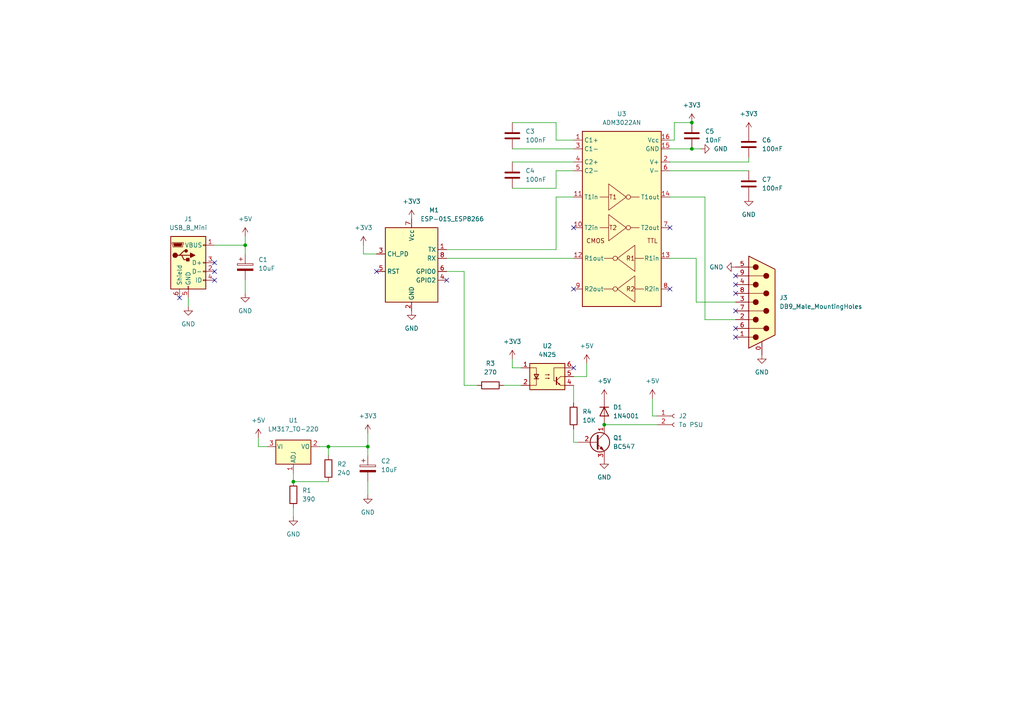
<source format=kicad_sch>
(kicad_sch (version 20211123) (generator eeschema)
  (paper "A4")
  (lib_symbols
    (symbol "Connector:Conn_01x02_Female" (pin_names (offset 1.016) hide)
      (property "Reference" "J" (at 0 2.54 0))
      (property "Value" "Conn_01x02_Female" (at 0 -5.08 0))
      (symbol "Conn_01x02_Female_1_1"
        (arc (start 0 -2.032) (mid -0.508 -2.54) (end 0 -3.048) (stroke (width 0.1524)))
        (polyline (pts (xy -1.27 -2.54) (xy -0.508 -2.54)) (stroke (width 0.1524)))
        (polyline (pts (xy -1.27 0) (xy -0.508 0)) (stroke (width 0.1524)))
        (arc (start 0 0.508) (mid -0.508 0) (end 0 -0.508) (stroke (width 0.1524)))
        (pin passive line (at -5.08 0 0) (length 3.81) (name "Pin_1") (number "1"))
        (pin passive line (at -5.08 -2.54 0) (length 3.81) (name "Pin_2") (number "2"))
      )
    )
    (symbol "Connector:DB9_Male_MountingHoles" (pin_names (offset 1.016) hide)
      (property "Reference" "J" (at 0 16.51 0))
      (property "Value" "DB9_Male_MountingHoles" (at 0 14.605 0))
      (symbol "DB9_Male_MountingHoles_0_1"
        (circle (center -1.778 -10.16) (radius 0.762) (fill (type outline)))
        (circle (center -1.778 -5.08) (radius 0.762) (fill (type outline)))
        (circle (center -1.778 0) (radius 0.762) (fill (type outline)))
        (circle (center -1.778 5.08) (radius 0.762) (fill (type outline)))
        (circle (center -1.778 10.16) (radius 0.762) (fill (type outline)))
        (polyline (pts (xy -3.81 -10.16) (xy -2.54 -10.16)))
        (polyline (pts (xy -3.81 -7.62) (xy 0.508 -7.62)))
        (polyline (pts (xy -3.81 -5.08) (xy -2.54 -5.08)))
        (polyline (pts (xy -3.81 -2.54) (xy 0.508 -2.54)))
        (polyline (pts (xy -3.81 0) (xy -2.54 0)))
        (polyline (pts (xy -3.81 2.54) (xy 0.508 2.54)))
        (polyline (pts (xy -3.81 5.08) (xy -2.54 5.08)))
        (polyline (pts (xy -3.81 7.62) (xy 0.508 7.62)))
        (polyline (pts (xy -3.81 10.16) (xy -2.54 10.16)))
        (polyline (pts (xy -3.81 -13.335) (xy -3.81 13.335) (xy 3.81 9.525) (xy 3.81 -9.525) (xy -3.81 -13.335)) (stroke (width 0.254)) (fill (type background)))
        (circle (center 1.27 -7.62) (radius 0.762) (fill (type outline)))
        (circle (center 1.27 -2.54) (radius 0.762) (fill (type outline)))
        (circle (center 1.27 2.54) (radius 0.762) (fill (type outline)))
        (circle (center 1.27 7.62) (radius 0.762) (fill (type outline)))
      )
      (symbol "DB9_Male_MountingHoles_1_1"
        (pin passive line (at 0 -15.24 90) (length 3.81) (name "PAD") (number "0"))
        (pin passive line (at -7.62 -10.16 0) (length 3.81) (name "1") (number "1"))
        (pin passive line (at -7.62 -5.08 0) (length 3.81) (name "2") (number "2"))
        (pin passive line (at -7.62 0 0) (length 3.81) (name "3") (number "3"))
        (pin passive line (at -7.62 5.08 0) (length 3.81) (name "4") (number "4"))
        (pin passive line (at -7.62 10.16 0) (length 3.81) (name "5") (number "5"))
        (pin passive line (at -7.62 -7.62 0) (length 3.81) (name "6") (number "6"))
        (pin passive line (at -7.62 -2.54 0) (length 3.81) (name "7") (number "7"))
        (pin passive line (at -7.62 2.54 0) (length 3.81) (name "8") (number "8"))
        (pin passive line (at -7.62 7.62 0) (length 3.81) (name "9") (number "9"))
      )
    )
    (symbol "Connector:USB_B_Mini" (pin_names (offset 1.016))
      (property "Reference" "J" (at -5.08 11.43 0))
      (property "Value" "USB_B_Mini" (at -5.08 8.89 0))
      (symbol "USB_B_Mini_0_1"
        (rectangle (start -5.08 -7.62) (end 5.08 7.62) (stroke (width 0.254)) (fill (type background)))
        (circle (center -3.81 2.159) (radius 0.635) (stroke (width 0.254)) (fill (type outline)))
        (circle (center -0.635 3.429) (radius 0.381) (stroke (width 0.254)) (fill (type outline)))
        (rectangle (start -0.127 -7.62) (end 0.127 -6.858))
        (polyline (pts (xy -1.905 2.159) (xy 0.635 2.159)) (stroke (width 0.254)))
        (polyline (pts (xy -3.175 2.159) (xy -2.54 2.159) (xy -1.27 3.429) (xy -0.635 3.429)) (stroke (width 0.254)))
        (polyline (pts (xy -2.54 2.159) (xy -1.905 2.159) (xy -1.27 0.889) (xy 0 0.889)) (stroke (width 0.254)))
        (polyline (pts (xy 0.635 2.794) (xy 0.635 1.524) (xy 1.905 2.159) (xy 0.635 2.794)) (stroke (width 0.254)) (fill (type outline)))
        (polyline (pts (xy -4.318 5.588) (xy -1.778 5.588) (xy -2.032 4.826) (xy -4.064 4.826) (xy -4.318 5.588)) (fill (type outline)))
        (polyline (pts (xy -4.699 5.842) (xy -4.699 5.588) (xy -4.445 4.826) (xy -4.445 4.572) (xy -1.651 4.572) (xy -1.651 4.826) (xy -1.397 5.588) (xy -1.397 5.842) (xy -4.699 5.842)))
        (rectangle (start 0.254 1.27) (end -0.508 0.508) (stroke (width 0.254)) (fill (type outline)))
        (rectangle (start 5.08 -5.207) (end 4.318 -4.953))
        (rectangle (start 5.08 -2.667) (end 4.318 -2.413))
        (rectangle (start 5.08 -0.127) (end 4.318 0.127))
        (rectangle (start 5.08 4.953) (end 4.318 5.207))
      )
      (symbol "USB_B_Mini_1_1"
        (pin power_out line (at 7.62 5.08 180) (length 2.54) (name "VBUS") (number "1"))
        (pin bidirectional line (at 7.62 -2.54 180) (length 2.54) (name "D-") (number "2"))
        (pin bidirectional line (at 7.62 0 180) (length 2.54) (name "D+") (number "3"))
        (pin passive line (at 7.62 -5.08 180) (length 2.54) (name "ID") (number "4"))
        (pin power_out line (at 0 -10.16 90) (length 2.54) (name "GND") (number "5"))
        (pin passive line (at -2.54 -10.16 90) (length 2.54) (name "Shield") (number "6"))
      )
    )
    (symbol "Device:C" (pin_numbers hide) (pin_names (offset 0.254))
      (property "Reference" "C" (at 0.635 2.54 0))
      (property "Value" "C" (at 0.635 -2.54 0))
      (symbol "C_0_1"
        (polyline (pts (xy -2.032 -0.762) (xy 2.032 -0.762)) (stroke (width 0.508)))
        (polyline (pts (xy -2.032 0.762) (xy 2.032 0.762)) (stroke (width 0.508)))
      )
      (symbol "C_1_1"
        (pin passive line (at 0 3.81 270) (length 2.794) (name "~") (number "1"))
        (pin passive line (at 0 -3.81 90) (length 2.794) (name "~") (number "2"))
      )
    )
    (symbol "Device:C_Polarized" (pin_numbers hide) (pin_names (offset 0.254))
      (property "Reference" "C" (at 0.635 2.54 0))
      (property "Value" "C_Polarized" (at 0.635 -2.54 0))
      (symbol "C_Polarized_0_1"
        (rectangle (start -2.286 0.508) (end 2.286 1.016))
        (polyline (pts (xy -1.778 2.286) (xy -0.762 2.286)))
        (polyline (pts (xy -1.27 2.794) (xy -1.27 1.778)))
        (rectangle (start 2.286 -0.508) (end -2.286 -1.016) (fill (type outline)))
      )
      (symbol "C_Polarized_1_1"
        (pin passive line (at 0 3.81 270) (length 2.794) (name "~") (number "1"))
        (pin passive line (at 0 -3.81 90) (length 2.794) (name "~") (number "2"))
      )
    )
    (symbol "Device:R" (pin_numbers hide) (pin_names (offset 0))
      (property "Reference" "R" (at 2.032 0 90))
      (property "Value" "R" (at 0 0 90))
      (symbol "R_0_1"
        (rectangle (start -1.016 -2.54) (end 1.016 2.54) (stroke (width 0.254)))
      )
      (symbol "R_1_1"
        (pin passive line (at 0 3.81 270) (length 1.27) (name "~") (number "1"))
        (pin passive line (at 0 -3.81 90) (length 1.27) (name "~") (number "2"))
      )
    )
    (symbol "Diode:1N4001" (pin_numbers hide) (pin_names (offset 1.016) hide)
      (property "Reference" "D" (at 0 2.54 0))
      (property "Value" "1N4001" (at 0 -2.54 0))
      (symbol "1N4001_0_1"
        (polyline (pts (xy -1.27 1.27) (xy -1.27 -1.27)) (stroke (width 0.254)))
        (polyline (pts (xy 1.27 0) (xy -1.27 0)))
        (polyline (pts (xy 1.27 1.27) (xy 1.27 -1.27) (xy -1.27 0) (xy 1.27 1.27)) (stroke (width 0.254)))
      )
      (symbol "1N4001_1_1"
        (pin passive line (at -3.81 0 0) (length 2.54) (name "K") (number "1"))
        (pin passive line (at 3.81 0 180) (length 2.54) (name "A") (number "2"))
      )
    )
    (symbol "Isolator:4N25" (pin_names (offset 1.016))
      (property "Reference" "U" (at -5.08 5.08 0))
      (property "Value" "4N25" (at 0 5.08 0))
      (symbol "4N25_0_1"
        (rectangle (start -5.08 3.81) (end 5.08 -3.81) (stroke (width 0.254)) (fill (type background)))
        (polyline (pts (xy -3.81 -0.635) (xy -2.54 -0.635)) (stroke (width 0.254)))
        (polyline (pts (xy 2.667 -1.397) (xy 3.81 -2.54)))
        (polyline (pts (xy 2.667 -1.143) (xy 3.81 0)))
        (polyline (pts (xy 3.81 -2.54) (xy 5.08 -2.54)))
        (polyline (pts (xy 3.81 0) (xy 5.08 0)))
        (polyline (pts (xy 2.667 -0.254) (xy 2.667 -2.286) (xy 2.667 -2.286)) (stroke (width 0.3556)))
        (polyline (pts (xy -5.08 -2.54) (xy -3.175 -2.54) (xy -3.175 2.54) (xy -5.08 2.54)))
        (polyline (pts (xy -3.175 -0.635) (xy -3.81 0.635) (xy -2.54 0.635) (xy -3.175 -0.635)) (stroke (width 0.254)))
        (polyline (pts (xy 3.683 -2.413) (xy 3.429 -1.905) (xy 3.175 -2.159) (xy 3.683 -2.413)))
        (polyline (pts (xy 5.08 2.54) (xy 1.905 2.54) (xy 1.905 -1.27) (xy 2.54 -1.27)))
        (polyline (pts (xy -0.635 -0.508) (xy 0.635 -0.508) (xy 0.254 -0.635) (xy 0.254 -0.381) (xy 0.635 -0.508)))
        (polyline (pts (xy -0.635 0.508) (xy 0.635 0.508) (xy 0.254 0.381) (xy 0.254 0.635) (xy 0.635 0.508)))
      )
      (symbol "4N25_1_1"
        (pin passive line (at -7.62 2.54 0) (length 2.54) (name "~") (number "1"))
        (pin passive line (at -7.62 -2.54 0) (length 2.54) (name "~") (number "2"))
        (pin no_connect line (at -5.08 0 0) (length 2.54) hide (name "NC") (number "3"))
        (pin passive line (at 7.62 -2.54 180) (length 2.54) (name "~") (number "4"))
        (pin passive line (at 7.62 0 180) (length 2.54) (name "~") (number "5"))
        (pin passive line (at 7.62 2.54 180) (length 2.54) (name "~") (number "6"))
      )
    )
    (symbol "My_stuff:ADM3022AN"
      (property "Reference" "U" (at 0 27.94 0))
      (property "Value" "ADM3022AN" (at 0 -27.94 0))
      (symbol "ADM3022AN_0_0"
        (rectangle (start -11.43 25.4) (end 11.43 -25.4) (stroke (width 0.25)) (fill (type background)))
        (polyline (pts (xy -6.35 -2.54) (xy -6.35 -2.54)))
        (polyline (pts (xy -3.81 -2.54) (xy -6.35 -2.54)))
        (polyline (pts (xy -3.81 6.35) (xy -6.35 6.35)))
        (polyline (pts (xy -2.54 -11.43) (xy -5.08 -11.43)))
        (polyline (pts (xy 2.54 -2.54) (xy 5.08 -2.54)))
        (polyline (pts (xy 2.54 6.35) (xy 5.08 6.35)))
        (polyline (pts (xy 3.81 -20.32) (xy 6.35 -20.32)))
        (polyline (pts (xy 3.81 -11.43) (xy 6.35 -11.43)))
        (text "CMOS" (at -7.62 -6.35 0) (effects (font (size 1.27 1.27))))
        (text "R1" (at 2.54 -11.43 0) (effects (font (size 1.27 1.27))))
        (text "R2" (at 2.54 -20.32 0) (effects (font (size 1.27 1.27))))
        (text "T1" (at -2.54 6.35 0) (effects (font (size 1.27 1.27))))
        (text "T2" (at -2.54 -2.54 0) (effects (font (size 1.27 1.27))))
        (text "TTL" (at 8.89 -6.35 0) (effects (font (size 1.27 1.27))))
      )
      (symbol "ADM3022AN_0_1"
        (circle (center -1.905 -20.32) (radius 0.635))
        (circle (center -1.905 -11.43) (radius 0.635))
        (polyline (pts (xy -2.54 -20.32) (xy -5.207 -20.32)))
        (polyline (pts (xy -1.27 -20.32) (xy 3.81 -16.51) (xy 3.81 -24.13) (xy -1.27 -20.32)))
        (polyline (pts (xy -1.27 -11.43) (xy 3.81 -7.62) (xy 3.81 -15.24) (xy -1.27 -11.43)))
        (polyline (pts (xy 1.27 -2.54) (xy -3.81 1.27) (xy -3.81 -6.35) (xy 1.27 -2.54)))
        (polyline (pts (xy 1.27 6.35) (xy -3.81 10.16) (xy -3.81 2.54) (xy 1.27 6.35)))
        (circle (center 1.905 -2.54) (radius 0.635))
        (circle (center 1.905 6.35) (radius 0.635))
      )
      (symbol "ADM3022AN_1_1"
        (pin power_out line (at -13.97 22.86 0) (length 2.54) (name "C1+") (number "1"))
        (pin input line (at -13.97 -2.54 0) (length 2.54) (name "T2in") (number "10"))
        (pin input line (at -13.97 6.35 0) (length 2.54) (name "T1in") (number "11"))
        (pin output line (at -13.97 -11.43 0) (length 2.54) (name "R1out") (number "12"))
        (pin input line (at 13.97 -11.43 180) (length 2.54) (name "R1in") (number "13"))
        (pin output line (at 13.97 6.35 180) (length 2.54) (name "T1out") (number "14"))
        (pin power_in line (at 13.97 20.32 180) (length 2.54) (name "GND") (number "15"))
        (pin power_in line (at 13.97 22.86 180) (length 2.54) (name "Vcc") (number "16"))
        (pin power_out line (at 13.97 16.51 180) (length 2.54) (name "V+") (number "2"))
        (pin power_out line (at -13.97 20.32 0) (length 2.54) (name "C1-") (number "3"))
        (pin power_out line (at -13.97 16.51 0) (length 2.54) (name "C2+") (number "4"))
        (pin power_out line (at -13.97 13.97 0) (length 2.54) (name "C2-") (number "5"))
        (pin power_out line (at 13.97 13.97 180) (length 2.54) (name "V-") (number "6"))
        (pin output line (at 13.97 -2.54 180) (length 2.54) (name "T2out") (number "7"))
        (pin input line (at 13.97 -20.32 180) (length 2.54) (name "R2in") (number "8"))
        (pin output line (at -13.97 -20.32 0) (length 2.54) (name "R2out") (number "9"))
      )
    )
    (symbol "My_stuff:ESP-01S_ESP8266"
      (property "Reference" "M" (at 3.81 12.7 0))
      (property "Value" "ESP-01S_ESP8266" (at 11.43 -13.97 0))
      (symbol "ESP-01S_ESP8266_0_1"
        (rectangle (start -7.62 10.16) (end 7.62 -11.43) (stroke (width 0.25)) (fill (type background)))
      )
      (symbol "ESP-01S_ESP8266_1_1"
        (pin output line (at 10.16 3.81 180) (length 2.54) (name "TX") (number "1"))
        (pin power_in line (at 0 -13.97 90) (length 2.54) (name "GND") (number "2"))
        (pin input line (at -10.16 2.54 0) (length 2.54) (name "CH_PD") (number "3"))
        (pin bidirectional line (at 10.16 -5.08 180) (length 2.54) (name "GPIO2") (number "4"))
        (pin input line (at -10.16 -2.54 0) (length 2.54) (name "RST") (number "5"))
        (pin bidirectional line (at 10.16 -2.54 180) (length 2.54) (name "GPIO0") (number "6"))
        (pin power_in line (at 0 12.7 270) (length 2.54) (name "Vcc") (number "7"))
        (pin input line (at 10.16 1.27 180) (length 2.54) (name "RX") (number "8"))
      )
    )
    (symbol "Regulator_Linear:LM317_TO-220" (pin_names (offset 0.254))
      (property "Reference" "U" (at -3.81 3.175 0))
      (property "Value" "LM317_TO-220" (at 0 3.175 0))
      (symbol "LM317_TO-220_0_1"
        (rectangle (start -5.08 1.905) (end 5.08 -5.08) (stroke (width 0.254)) (fill (type background)))
      )
      (symbol "LM317_TO-220_1_1"
        (pin input line (at 0 -7.62 90) (length 2.54) (name "ADJ") (number "1"))
        (pin power_out line (at 7.62 0 180) (length 2.54) (name "VO") (number "2"))
        (pin power_in line (at -7.62 0 0) (length 2.54) (name "VI") (number "3"))
      )
    )
    (symbol "Transistor_BJT:BC547" (pin_names (offset 0) hide)
      (property "Reference" "Q" (at 5.08 1.905 0))
      (property "Value" "BC547" (at 5.08 0 0))
      (symbol "BC547_0_1"
        (polyline (pts (xy 0 0) (xy 0.635 0)))
        (polyline (pts (xy 0.635 0.635) (xy 2.54 2.54)))
        (polyline (pts (xy 0.635 -0.635) (xy 2.54 -2.54) (xy 2.54 -2.54)))
        (polyline (pts (xy 0.635 1.905) (xy 0.635 -1.905) (xy 0.635 -1.905)) (stroke (width 0.508)))
        (polyline (pts (xy 1.27 -1.778) (xy 1.778 -1.27) (xy 2.286 -2.286) (xy 1.27 -1.778) (xy 1.27 -1.778)) (fill (type outline)))
        (circle (center 1.27 0) (radius 2.8194) (stroke (width 0.254)))
      )
      (symbol "BC547_1_1"
        (pin passive line (at 2.54 5.08 270) (length 2.54) (name "C") (number "1"))
        (pin input line (at -5.08 0 0) (length 5.08) (name "B") (number "2"))
        (pin passive line (at 2.54 -5.08 90) (length 2.54) (name "E") (number "3"))
      )
    )
    (symbol "power:+3.3V" (power) (pin_names (offset 0))
      (property "Value" "+3.3V" (at 0 3.556 0))
      (symbol "+3.3V_0_1"
        (polyline (pts (xy -0.762 1.27) (xy 0 2.54)))
        (polyline (pts (xy 0 0) (xy 0 2.54)))
        (polyline (pts (xy 0 2.54) (xy 0.762 1.27)))
      )
      (symbol "+3.3V_1_1"
        (pin power_in line (at 0 0 90) (length 0) hide (name "+3V3") (number "1"))
      )
    )
    (symbol "power:+5V" (power) (pin_names (offset 0))
      (property "Value" "+5V" (at 0 3.556 0))
      (symbol "+5V_0_1"
        (polyline (pts (xy -0.762 1.27) (xy 0 2.54)))
        (polyline (pts (xy 0 0) (xy 0 2.54)))
        (polyline (pts (xy 0 2.54) (xy 0.762 1.27)))
      )
      (symbol "+5V_1_1"
        (pin power_in line (at 0 0 90) (length 0) hide (name "+5V") (number "1"))
      )
    )
    (symbol "power:GND" (power) (pin_names (offset 0))
      (property "Value" "GND" (at 0 -3.81 0))
      (symbol "GND_0_1"
        (polyline (pts (xy 0 0) (xy 0 -1.27) (xy 1.27 -1.27) (xy 0 -2.54) (xy -1.27 -1.27) (xy 0 -1.27)))
      )
      (symbol "GND_1_1"
        (pin power_in line (at 0 0 270) (length 0) hide (name "GND") (number "1"))
      )
    )
  )
  (junction (at 106.68 129.54))
  (junction (at 95.25 129.54))
  (junction (at 200.66 43.18))
  (junction (at 175.26 123.19))
  (junction (at 71.12 71.12))
  (junction (at 200.66 35.56))
  (junction (at 85.09 139.7))
  (no_connect (at 62.23 78.74))
  (no_connect (at 62.23 81.28))
  (no_connect (at 52.07 86.36))
  (no_connect (at 62.23 76.2))
  (no_connect (at 109.22 78.74))
  (no_connect (at 213.36 97.79))
  (no_connect (at 213.36 95.25))
  (no_connect (at 213.36 90.17))
  (no_connect (at 213.36 80.01))
  (no_connect (at 213.36 82.55))
  (no_connect (at 213.36 85.09))
  (no_connect (at 166.37 106.68))
  (no_connect (at 166.37 66.04))
  (no_connect (at 194.31 66.04))
  (no_connect (at 166.37 83.82))
  (no_connect (at 194.31 83.82))
  (no_connect (at 129.54 81.28))
  (wire (pts (xy 204.47 92.71) (xy 213.36 92.71)))
  (wire (pts (xy 189.23 120.65) (xy 190.5 120.65)))
  (wire (pts (xy 106.68 139.7) (xy 106.68 143.51)))
  (wire (pts (xy 106.68 125.73) (xy 106.68 129.54)))
  (wire (pts (xy 77.47 129.54) (xy 74.93 129.54)))
  (wire (pts (xy 134.62 111.76) (xy 138.43 111.76)))
  (wire (pts (xy 217.17 45.72) (xy 217.17 46.99)))
  (wire (pts (xy 217.17 46.99) (xy 194.31 46.99)))
  (wire (pts (xy 92.71 129.54) (xy 95.25 129.54)))
  (wire (pts (xy 146.05 111.76) (xy 151.13 111.76)))
  (wire (pts (xy 201.93 87.63) (xy 201.93 74.93)))
  (wire (pts (xy 195.58 40.64) (xy 194.31 40.64)))
  (wire (pts (xy 201.93 87.63) (xy 213.36 87.63)))
  (wire (pts (xy 71.12 81.28) (xy 71.12 85.09)))
  (wire (pts (xy 71.12 71.12) (xy 71.12 73.66)))
  (wire (pts (xy 62.23 71.12) (xy 71.12 71.12)))
  (wire (pts (xy 129.54 78.74) (xy 134.62 78.74)))
  (wire (pts (xy 161.29 57.15) (xy 161.29 72.39)))
  (wire (pts (xy 204.47 57.15) (xy 204.47 92.71)))
  (wire (pts (xy 200.66 35.56) (xy 195.58 35.56)))
  (wire (pts (xy 195.58 35.56) (xy 195.58 40.64)))
  (wire (pts (xy 129.54 74.93) (xy 166.37 74.93)))
  (wire (pts (xy 129.54 72.39) (xy 161.29 72.39)))
  (wire (pts (xy 194.31 57.15) (xy 204.47 57.15)))
  (wire (pts (xy 85.09 139.7) (xy 95.25 139.7)))
  (wire (pts (xy 74.93 129.54) (xy 74.93 127)))
  (wire (pts (xy 166.37 124.46) (xy 166.37 128.27)))
  (wire (pts (xy 200.66 43.18) (xy 203.2 43.18)))
  (wire (pts (xy 151.13 106.68) (xy 148.59 106.68)))
  (wire (pts (xy 148.59 106.68) (xy 148.59 104.14)))
  (wire (pts (xy 148.59 46.99) (xy 166.37 46.99)))
  (wire (pts (xy 148.59 54.61) (xy 161.29 54.61)))
  (wire (pts (xy 109.22 73.66) (xy 105.41 73.66)))
  (wire (pts (xy 166.37 111.76) (xy 166.37 116.84)))
  (wire (pts (xy 85.09 137.16) (xy 85.09 139.7)))
  (wire (pts (xy 85.09 147.32) (xy 85.09 149.86)))
  (wire (pts (xy 134.62 78.74) (xy 134.62 111.76)))
  (wire (pts (xy 54.61 86.36) (xy 54.61 88.9)))
  (wire (pts (xy 71.12 68.58) (xy 71.12 71.12)))
  (wire (pts (xy 161.29 54.61) (xy 161.29 49.53)))
  (wire (pts (xy 161.29 40.64) (xy 166.37 40.64)))
  (wire (pts (xy 194.31 49.53) (xy 217.17 49.53)))
  (wire (pts (xy 95.25 129.54) (xy 106.68 129.54)))
  (wire (pts (xy 161.29 49.53) (xy 166.37 49.53)))
  (wire (pts (xy 105.41 73.66) (xy 105.41 71.12)))
  (wire (pts (xy 170.18 105.41) (xy 170.18 109.22)))
  (wire (pts (xy 166.37 57.15) (xy 161.29 57.15)))
  (wire (pts (xy 170.18 109.22) (xy 166.37 109.22)))
  (wire (pts (xy 189.23 115.57) (xy 189.23 120.65)))
  (wire (pts (xy 175.26 123.19) (xy 190.5 123.19)))
  (wire (pts (xy 166.37 128.27) (xy 167.64 128.27)))
  (wire (pts (xy 95.25 129.54) (xy 95.25 132.08)))
  (wire (pts (xy 201.93 74.93) (xy 194.31 74.93)))
  (wire (pts (xy 148.59 43.18) (xy 166.37 43.18)))
  (wire (pts (xy 194.31 43.18) (xy 200.66 43.18)))
  (wire (pts (xy 148.59 35.56) (xy 161.29 35.56)))
  (wire (pts (xy 106.68 129.54) (xy 106.68 132.08)))
  (wire (pts (xy 161.29 35.56) (xy 161.29 40.64)))
  (symbol (lib_id "power:+3.3V") (at 200.66 35.56 0) (unit 1)
    (property "Reference" "#PWR016" (effects hide))
    (property "Value" "+3.3V" (at 200.66 30.48 0))
  )
  (symbol (lib_id "power:GND") (at 85.09 149.86 0) (unit 1)
    (property "Reference" "#PWR05" (effects hide))
    (property "Value" "GND" (at 85.09 154.94 0))
  )
  (symbol (lib_id "power:GND") (at 217.17 57.15 0) (unit 1)
    (property "Reference" "#PWR020" (effects hide))
    (property "Value" "GND" (at 217.17 62.23 0))
  )
  (symbol (lib_id "power:GND") (at 119.38 90.17 0) (unit 1)
    (property "Reference" "#PWR010" (effects hide))
    (property "Value" "GND" (at 119.38 95.25 0))
  )
  (symbol (lib_id "power:+5V") (at 71.12 68.58 0) (unit 1)
    (property "Reference" "#PWR02" (effects hide))
    (property "Value" "+5V" (at 71.12 63.5 0))
  )
  (symbol (lib_id "power:+3.3V") (at 217.17 38.1 0) (unit 1)
    (property "Reference" "#PWR019" (effects hide))
    (property "Value" "+3.3V" (at 217.17 33.02 0))
  )
  (symbol (lib_id "Device:R") (at 166.37 120.65 0) (unit 1)
    (property "Reference" "R4" (at 168.91 119.3799 0) (effects (justify left)))
    (property "Value" "10K" (at 168.91 121.9199 0) (effects (justify left)))
    (property "Footprint" "Resistor_THT:R_Axial_DIN0207_L6.3mm_D2.5mm_P10.16mm_Horizontal" (effects hide))
  )
  (symbol (lib_id "Device:R") (at 85.09 143.51 0) (unit 1)
    (property "Reference" "R1" (at 87.63 142.2399 0) (effects (justify left)))
    (property "Value" "390" (at 87.63 144.7799 0) (effects (justify left)))
    (property "Footprint" "Resistor_THT:R_Axial_DIN0207_L6.3mm_D2.5mm_P10.16mm_Horizontal" (effects hide))
  )
  (symbol (lib_id "power:GND") (at 203.2 43.18 90) (unit 1)
    (property "Reference" "#PWR017" (effects hide))
    (property "Value" "GND" (at 207.01 43.1799 90) (effects (justify right)))
  )
  (symbol (lib_id "power:GND") (at 71.12 85.09 0) (unit 1)
    (property "Reference" "#PWR03" (effects hide))
    (property "Value" "GND" (at 71.12 90.17 0))
  )
  (symbol (lib_id "Device:R") (at 95.25 135.89 0) (unit 1)
    (property "Reference" "R2" (at 97.79 134.6199 0) (effects (justify left)))
    (property "Value" "240" (at 97.79 137.1599 0) (effects (justify left)))
    (property "Footprint" "Resistor_THT:R_Axial_DIN0207_L6.3mm_D2.5mm_P10.16mm_Horizontal" (effects hide))
  )
  (symbol (lib_id "Device:C") (at 217.17 53.34 0) (unit 1)
    (property "Reference" "C7" (at 220.98 52.0699 0) (effects (justify left)))
    (property "Value" "100nF" (at 220.98 54.6099 0) (effects (justify left)))
    (property "Footprint" "Capacitor_THT:C_Disc_D3.8mm_W2.6mm_P2.50mm" (effects hide))
  )
  (symbol (lib_id "Device:C") (at 148.59 50.8 0) (mirror y) (unit 1)
    (property "Reference" "C4" (at 152.4 49.5299 0) (effects (justify right)))
    (property "Value" "100nF" (at 152.4 52.0699 0) (effects (justify right)))
    (property "Footprint" "Capacitor_THT:C_Disc_D3.8mm_W2.6mm_P2.50mm" (effects hide))
  )
  (symbol (lib_id "My_stuff:ADM3022AN") (at 180.34 63.5 0) (unit 1)
    (property "Reference" "U3" (at 180.34 33.02 0))
    (property "Value" "ADM3022AN" (at 180.34 35.56 0))
    (property "Footprint" "Package_DIP:DIP-16_W7.62mm_Socket_LongPads" (effects hide))
  )
  (symbol (lib_id "power:+3.3V") (at 119.38 63.5 0) (unit 1)
    (property "Reference" "#PWR09" (effects hide))
    (property "Value" "+3.3V" (at 119.38 58.42 0))
  )
  (symbol (lib_id "Device:C") (at 200.66 39.37 0) (unit 1)
    (property "Reference" "C5" (at 204.47 38.0999 0) (effects (justify left)))
    (property "Value" "10nF" (at 204.47 40.6399 0) (effects (justify left)))
    (property "Footprint" "Capacitor_THT:C_Disc_D3.8mm_W2.6mm_P2.50mm" (effects hide))
  )
  (symbol (lib_id "Connector:USB_B_Mini") (at 54.61 76.2 0) (unit 1)
    (property "Reference" "J1" (at 54.61 63.5 0))
    (property "Value" "USB_B_Mini" (at 54.61 66.04 0))
    (property "Footprint" "Connector_USB:USB_Mini-B_Lumberg_2486_01_Horizontal" (effects hide))
  )
  (symbol (lib_id "Isolator:4N25") (at 158.75 109.22 0) (unit 1)
    (property "Reference" "U2" (at 158.75 100.33 0))
    (property "Value" "4N25" (at 158.75 102.87 0))
    (property "Footprint" "Package_DIP:DIP-6_W7.62mm" (effects hide))
    (property "Datasheet" "https://www.vishay.com/docs/83725/4n25.pdf" (effects hide))
  )
  (symbol (lib_id "power:GND") (at 106.68 143.51 0) (unit 1)
    (property "Reference" "#PWR08" (effects hide))
    (property "Value" "GND" (at 106.68 148.59 0))
  )
  (symbol (lib_id "power:+5V") (at 74.93 127 0) (unit 1)
    (property "Reference" "#PWR04" (effects hide))
    (property "Value" "+5V" (at 74.93 121.92 0))
  )
  (symbol (lib_id "Device:C_Polarized") (at 106.68 135.89 0) (unit 1)
    (property "Reference" "C2" (at 110.49 133.7309 0) (effects (justify left)))
    (property "Value" "10uF" (at 110.49 136.2709 0) (effects (justify left)))
  )
  (symbol (lib_id "power:GND") (at 220.98 102.87 0) (unit 1)
    (property "Reference" "#PWR021" (effects hide))
    (property "Value" "GND" (at 220.98 107.95 0))
  )
  (symbol (lib_id "Device:R") (at 142.24 111.76 90) (unit 1)
    (property "Reference" "R3" (at 142.24 105.41 90))
    (property "Value" "270" (at 142.24 107.95 90))
  )
  (symbol (lib_id "Transistor_BJT:BC547") (at 172.72 128.27 0) (unit 1)
    (property "Reference" "Q1" (at 177.8 126.9999 0) (effects (justify left)))
    (property "Value" "BC547" (at 177.8 129.5399 0) (effects (justify left)))
    (property "Footprint" "Package_TO_SOT_THT:TO-92_Inline" (effects hide))
    (property "Datasheet" "https://www.onsemi.com/pub/Collateral/BC550-D.pdf" (effects hide))
  )
  (symbol (lib_id "Diode:1N4001") (at 175.26 119.38 270) (unit 1)
    (property "Reference" "D1" (at 177.8 118.1099 90) (effects (justify left)))
    (property "Value" "1N4001" (at 177.8 120.6499 90) (effects (justify left)))
    (property "Footprint" "Diode_THT:D_DO-41_SOD81_P10.16mm_Horizontal" (effects hide))
    (property "Datasheet" "http://www.vishay.com/docs/88503/1n4001.pdf" (effects hide))
  )
  (symbol (lib_id "power:+5V") (at 175.26 115.57 0) (unit 1)
    (property "Reference" "#PWR013" (effects hide))
    (property "Value" "+5V" (at 175.26 110.49 0))
  )
  (symbol (lib_id "power:+3.3V") (at 148.59 104.14 0) (unit 1)
    (property "Reference" "#PWR011" (effects hide))
    (property "Value" "+3.3V" (at 148.59 99.06 0))
  )
  (symbol (lib_id "power:+3.3V") (at 105.41 71.12 0) (unit 1)
    (property "Reference" "#PWR06" (effects hide))
    (property "Value" "+3.3V" (at 105.41 66.04 0))
  )
  (symbol (lib_id "power:GND") (at 54.61 88.9 0) (unit 1)
    (property "Reference" "#PWR01" (effects hide))
    (property "Value" "GND" (at 54.61 93.98 0))
  )
  (symbol (lib_id "Regulator_Linear:LM317_TO-220") (at 85.09 129.54 0) (unit 1)
    (property "Reference" "U1" (at 85.09 121.92 0))
    (property "Value" "LM317_TO-220" (at 85.09 124.46 0))
    (property "Footprint" "Package_TO_SOT_THT:TO-220-3_Vertical" (effects hide))
    (property "Datasheet" "http://www.ti.com/lit/ds/symlink/lm317.pdf" (effects hide))
  )
  (symbol (lib_id "power:+3.3V") (at 106.68 125.73 0) (unit 1)
    (property "Reference" "#PWR07" (effects hide))
    (property "Value" "+3.3V" (at 106.68 120.65 0))
  )
  (symbol (lib_id "Connector:Conn_01x02_Female") (at 195.58 120.65 0) (unit 1)
    (property "Reference" "J2" (at 196.85 120.6499 0) (effects (justify left)))
    (property "Value" "To PSU" (at 196.85 123.1899 0) (effects (justify left)))
    (property "Footprint" "Connector_PinSocket_2.54mm:PinSocket_1x02_P2.54mm_Vertical" (effects hide))
  )
  (symbol (lib_id "power:+5V") (at 189.23 115.57 0) (unit 1)
    (property "Reference" "#PWR015" (effects hide))
    (property "Value" "+5V" (at 189.23 110.49 0))
  )
  (symbol (lib_id "Device:C_Polarized") (at 71.12 77.47 0) (unit 1)
    (property "Reference" "C1" (at 74.93 75.3109 0) (effects (justify left)))
    (property "Value" "10uF" (at 74.93 77.8509 0) (effects (justify left)))
  )
  (symbol (lib_id "My_stuff:ESP-01S_ESP8266") (at 119.38 76.2 0) (unit 1)
    (property "Reference" "M1" (at 124.46 60.96 0) (effects (justify left)))
    (property "Value" "ESP-01S_ESP8266" (at 121.92 63.5 0) (effects (justify left)))
    (property "Footprint" "MyStuff:ESP-01S_ESP8266" (effects hide))
  )
  (symbol (lib_id "power:GND") (at 213.36 77.47 270) (unit 1)
    (property "Reference" "#PWR018" (effects hide))
    (property "Value" "GND" (at 205.74 77.47 90) (effects (justify left)))
  )
  (symbol (lib_id "power:+5V") (at 170.18 105.41 0) (unit 1)
    (property "Reference" "#PWR012" (effects hide))
    (property "Value" "+5V" (at 170.18 100.33 0))
  )
  (symbol (lib_id "Device:C") (at 148.59 39.37 0) (mirror y) (unit 1)
    (property "Reference" "C3" (at 152.4 38.0999 0) (effects (justify right)))
    (property "Value" "100nF" (at 152.4 40.6399 0) (effects (justify right)))
    (property "Footprint" "Capacitor_THT:C_Disc_D3.8mm_W2.6mm_P2.50mm" (effects hide))
  )
  (symbol (lib_id "Connector:DB9_Male_MountingHoles") (at 220.98 87.63 0) (unit 1)
    (property "Reference" "J3" (at 226.06 86.3599 0) (effects (justify left)))
    (property "Value" "DB9_Male_MountingHoles" (at 226.06 88.8999 0) (effects (justify left)))
    (property "Footprint" "Connector_Dsub:DSUB-9_Male_Horizontal_P2.77x2.84mm_EdgePinOffset4.94mm_Housed_MountingHolesOffset7.48mm" (effects hide))
    (property "Datasheet" " ~" (effects hide))
  )
  (symbol (lib_id "power:GND") (at 175.26 133.35 0) (unit 1)
    (property "Reference" "#PWR014" (effects hide))
    (property "Value" "GND" (at 175.26 138.43 0))
  )
  (symbol (lib_id "Device:C") (at 217.17 41.91 0) (unit 1)
    (property "Reference" "C6" (at 220.98 40.6399 0) (effects (justify left)))
    (property "Value" "100nF" (at 220.98 43.1799 0) (effects (justify left)))
    (property "Footprint" "Capacitor_THT:C_Disc_D3.8mm_W2.6mm_P2.50mm" (effects hide))
  )
)
</source>
